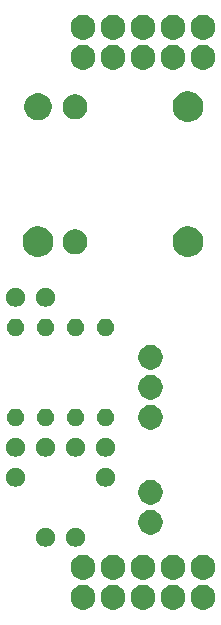
<source format=gbr>
G04 #@! TF.GenerationSoftware,KiCad,Pcbnew,(5.1.5)-3*
G04 #@! TF.CreationDate,2020-03-15T16:25:45-07:00*
G04 #@! TF.ProjectId,bbf-audio_out_v1,6262662d-6175-4646-996f-5f6f75745f76,rev?*
G04 #@! TF.SameCoordinates,Original*
G04 #@! TF.FileFunction,Soldermask,Top*
G04 #@! TF.FilePolarity,Negative*
%FSLAX46Y46*%
G04 Gerber Fmt 4.6, Leading zero omitted, Abs format (unit mm)*
G04 Created by KiCad (PCBNEW (5.1.5)-3) date 2020-03-15 16:25:45*
%MOMM*%
%LPD*%
G04 APERTURE LIST*
%ADD10C,0.100000*%
G04 APERTURE END LIST*
D10*
G36*
X151344865Y-128127220D02*
G01*
X151534388Y-128205723D01*
X151704954Y-128319692D01*
X151850008Y-128464746D01*
X151963977Y-128635312D01*
X152042480Y-128824835D01*
X152082500Y-129026031D01*
X152082500Y-129231169D01*
X152042480Y-129432365D01*
X151963977Y-129621888D01*
X151850008Y-129792454D01*
X151704954Y-129937508D01*
X151534388Y-130051477D01*
X151534387Y-130051478D01*
X151534386Y-130051478D01*
X151344865Y-130129980D01*
X151143670Y-130170000D01*
X150938530Y-130170000D01*
X150737335Y-130129980D01*
X150547814Y-130051478D01*
X150547813Y-130051478D01*
X150547812Y-130051477D01*
X150377246Y-129937508D01*
X150232192Y-129792454D01*
X150118223Y-129621888D01*
X150039720Y-129432365D01*
X149999700Y-129231169D01*
X149999700Y-129026031D01*
X150039720Y-128824835D01*
X150118223Y-128635312D01*
X150232192Y-128464746D01*
X150377246Y-128319692D01*
X150547812Y-128205723D01*
X150737335Y-128127220D01*
X150938530Y-128087200D01*
X151143670Y-128087200D01*
X151344865Y-128127220D01*
G37*
G36*
X148804865Y-128127220D02*
G01*
X148994388Y-128205723D01*
X149164954Y-128319692D01*
X149310008Y-128464746D01*
X149423977Y-128635312D01*
X149502480Y-128824835D01*
X149542500Y-129026031D01*
X149542500Y-129231169D01*
X149502480Y-129432365D01*
X149423977Y-129621888D01*
X149310008Y-129792454D01*
X149164954Y-129937508D01*
X148994388Y-130051477D01*
X148994387Y-130051478D01*
X148994386Y-130051478D01*
X148804865Y-130129980D01*
X148603670Y-130170000D01*
X148398530Y-130170000D01*
X148197335Y-130129980D01*
X148007814Y-130051478D01*
X148007813Y-130051478D01*
X148007812Y-130051477D01*
X147837246Y-129937508D01*
X147692192Y-129792454D01*
X147578223Y-129621888D01*
X147499720Y-129432365D01*
X147459700Y-129231169D01*
X147459700Y-129026031D01*
X147499720Y-128824835D01*
X147578223Y-128635312D01*
X147692192Y-128464746D01*
X147837246Y-128319692D01*
X148007812Y-128205723D01*
X148197335Y-128127220D01*
X148398530Y-128087200D01*
X148603670Y-128087200D01*
X148804865Y-128127220D01*
G37*
G36*
X146264865Y-128127220D02*
G01*
X146454388Y-128205723D01*
X146624954Y-128319692D01*
X146770008Y-128464746D01*
X146883977Y-128635312D01*
X146962480Y-128824835D01*
X147002500Y-129026031D01*
X147002500Y-129231169D01*
X146962480Y-129432365D01*
X146883977Y-129621888D01*
X146770008Y-129792454D01*
X146624954Y-129937508D01*
X146454388Y-130051477D01*
X146454387Y-130051478D01*
X146454386Y-130051478D01*
X146264865Y-130129980D01*
X146063670Y-130170000D01*
X145858530Y-130170000D01*
X145657335Y-130129980D01*
X145467814Y-130051478D01*
X145467813Y-130051478D01*
X145467812Y-130051477D01*
X145297246Y-129937508D01*
X145152192Y-129792454D01*
X145038223Y-129621888D01*
X144959720Y-129432365D01*
X144919700Y-129231169D01*
X144919700Y-129026031D01*
X144959720Y-128824835D01*
X145038223Y-128635312D01*
X145152192Y-128464746D01*
X145297246Y-128319692D01*
X145467812Y-128205723D01*
X145657335Y-128127220D01*
X145858530Y-128087200D01*
X146063670Y-128087200D01*
X146264865Y-128127220D01*
G37*
G36*
X156424865Y-128127220D02*
G01*
X156614388Y-128205723D01*
X156784954Y-128319692D01*
X156930008Y-128464746D01*
X157043977Y-128635312D01*
X157122480Y-128824835D01*
X157162500Y-129026031D01*
X157162500Y-129231169D01*
X157122480Y-129432365D01*
X157043977Y-129621888D01*
X156930008Y-129792454D01*
X156784954Y-129937508D01*
X156614388Y-130051477D01*
X156614387Y-130051478D01*
X156614386Y-130051478D01*
X156424865Y-130129980D01*
X156223670Y-130170000D01*
X156018530Y-130170000D01*
X155817335Y-130129980D01*
X155627814Y-130051478D01*
X155627813Y-130051478D01*
X155627812Y-130051477D01*
X155457246Y-129937508D01*
X155312192Y-129792454D01*
X155198223Y-129621888D01*
X155119720Y-129432365D01*
X155079700Y-129231169D01*
X155079700Y-129026031D01*
X155119720Y-128824835D01*
X155198223Y-128635312D01*
X155312192Y-128464746D01*
X155457246Y-128319692D01*
X155627812Y-128205723D01*
X155817335Y-128127220D01*
X156018530Y-128087200D01*
X156223670Y-128087200D01*
X156424865Y-128127220D01*
G37*
G36*
X153884865Y-128127220D02*
G01*
X154074388Y-128205723D01*
X154244954Y-128319692D01*
X154390008Y-128464746D01*
X154503977Y-128635312D01*
X154582480Y-128824835D01*
X154622500Y-129026031D01*
X154622500Y-129231169D01*
X154582480Y-129432365D01*
X154503977Y-129621888D01*
X154390008Y-129792454D01*
X154244954Y-129937508D01*
X154074388Y-130051477D01*
X154074387Y-130051478D01*
X154074386Y-130051478D01*
X153884865Y-130129980D01*
X153683670Y-130170000D01*
X153478530Y-130170000D01*
X153277335Y-130129980D01*
X153087814Y-130051478D01*
X153087813Y-130051478D01*
X153087812Y-130051477D01*
X152917246Y-129937508D01*
X152772192Y-129792454D01*
X152658223Y-129621888D01*
X152579720Y-129432365D01*
X152539700Y-129231169D01*
X152539700Y-129026031D01*
X152579720Y-128824835D01*
X152658223Y-128635312D01*
X152772192Y-128464746D01*
X152917246Y-128319692D01*
X153087812Y-128205723D01*
X153277335Y-128127220D01*
X153478530Y-128087200D01*
X153683670Y-128087200D01*
X153884865Y-128127220D01*
G37*
G36*
X151344865Y-125587220D02*
G01*
X151534388Y-125665723D01*
X151704954Y-125779692D01*
X151850008Y-125924746D01*
X151963977Y-126095312D01*
X152042480Y-126284835D01*
X152082500Y-126486031D01*
X152082500Y-126691169D01*
X152042480Y-126892365D01*
X151963977Y-127081888D01*
X151850008Y-127252454D01*
X151704954Y-127397508D01*
X151534388Y-127511477D01*
X151534387Y-127511478D01*
X151534386Y-127511478D01*
X151344865Y-127589980D01*
X151143670Y-127630000D01*
X150938530Y-127630000D01*
X150737335Y-127589980D01*
X150547814Y-127511478D01*
X150547813Y-127511478D01*
X150547812Y-127511477D01*
X150377246Y-127397508D01*
X150232192Y-127252454D01*
X150118223Y-127081888D01*
X150039720Y-126892365D01*
X149999700Y-126691169D01*
X149999700Y-126486031D01*
X150039720Y-126284835D01*
X150118223Y-126095312D01*
X150232192Y-125924746D01*
X150377246Y-125779692D01*
X150547812Y-125665723D01*
X150737335Y-125587220D01*
X150938530Y-125547200D01*
X151143670Y-125547200D01*
X151344865Y-125587220D01*
G37*
G36*
X153884865Y-125587220D02*
G01*
X154074388Y-125665723D01*
X154244954Y-125779692D01*
X154390008Y-125924746D01*
X154503977Y-126095312D01*
X154582480Y-126284835D01*
X154622500Y-126486031D01*
X154622500Y-126691169D01*
X154582480Y-126892365D01*
X154503977Y-127081888D01*
X154390008Y-127252454D01*
X154244954Y-127397508D01*
X154074388Y-127511477D01*
X154074387Y-127511478D01*
X154074386Y-127511478D01*
X153884865Y-127589980D01*
X153683670Y-127630000D01*
X153478530Y-127630000D01*
X153277335Y-127589980D01*
X153087814Y-127511478D01*
X153087813Y-127511478D01*
X153087812Y-127511477D01*
X152917246Y-127397508D01*
X152772192Y-127252454D01*
X152658223Y-127081888D01*
X152579720Y-126892365D01*
X152539700Y-126691169D01*
X152539700Y-126486031D01*
X152579720Y-126284835D01*
X152658223Y-126095312D01*
X152772192Y-125924746D01*
X152917246Y-125779692D01*
X153087812Y-125665723D01*
X153277335Y-125587220D01*
X153478530Y-125547200D01*
X153683670Y-125547200D01*
X153884865Y-125587220D01*
G37*
G36*
X156424865Y-125587220D02*
G01*
X156614388Y-125665723D01*
X156784954Y-125779692D01*
X156930008Y-125924746D01*
X157043977Y-126095312D01*
X157122480Y-126284835D01*
X157162500Y-126486031D01*
X157162500Y-126691169D01*
X157122480Y-126892365D01*
X157043977Y-127081888D01*
X156930008Y-127252454D01*
X156784954Y-127397508D01*
X156614388Y-127511477D01*
X156614387Y-127511478D01*
X156614386Y-127511478D01*
X156424865Y-127589980D01*
X156223670Y-127630000D01*
X156018530Y-127630000D01*
X155817335Y-127589980D01*
X155627814Y-127511478D01*
X155627813Y-127511478D01*
X155627812Y-127511477D01*
X155457246Y-127397508D01*
X155312192Y-127252454D01*
X155198223Y-127081888D01*
X155119720Y-126892365D01*
X155079700Y-126691169D01*
X155079700Y-126486031D01*
X155119720Y-126284835D01*
X155198223Y-126095312D01*
X155312192Y-125924746D01*
X155457246Y-125779692D01*
X155627812Y-125665723D01*
X155817335Y-125587220D01*
X156018530Y-125547200D01*
X156223670Y-125547200D01*
X156424865Y-125587220D01*
G37*
G36*
X148804865Y-125587220D02*
G01*
X148994388Y-125665723D01*
X149164954Y-125779692D01*
X149310008Y-125924746D01*
X149423977Y-126095312D01*
X149502480Y-126284835D01*
X149542500Y-126486031D01*
X149542500Y-126691169D01*
X149502480Y-126892365D01*
X149423977Y-127081888D01*
X149310008Y-127252454D01*
X149164954Y-127397508D01*
X148994388Y-127511477D01*
X148994387Y-127511478D01*
X148994386Y-127511478D01*
X148804865Y-127589980D01*
X148603670Y-127630000D01*
X148398530Y-127630000D01*
X148197335Y-127589980D01*
X148007814Y-127511478D01*
X148007813Y-127511478D01*
X148007812Y-127511477D01*
X147837246Y-127397508D01*
X147692192Y-127252454D01*
X147578223Y-127081888D01*
X147499720Y-126892365D01*
X147459700Y-126691169D01*
X147459700Y-126486031D01*
X147499720Y-126284835D01*
X147578223Y-126095312D01*
X147692192Y-125924746D01*
X147837246Y-125779692D01*
X148007812Y-125665723D01*
X148197335Y-125587220D01*
X148398530Y-125547200D01*
X148603670Y-125547200D01*
X148804865Y-125587220D01*
G37*
G36*
X146264865Y-125587220D02*
G01*
X146454388Y-125665723D01*
X146624954Y-125779692D01*
X146770008Y-125924746D01*
X146883977Y-126095312D01*
X146962480Y-126284835D01*
X147002500Y-126486031D01*
X147002500Y-126691169D01*
X146962480Y-126892365D01*
X146883977Y-127081888D01*
X146770008Y-127252454D01*
X146624954Y-127397508D01*
X146454388Y-127511477D01*
X146454387Y-127511478D01*
X146454386Y-127511478D01*
X146264865Y-127589980D01*
X146063670Y-127630000D01*
X145858530Y-127630000D01*
X145657335Y-127589980D01*
X145467814Y-127511478D01*
X145467813Y-127511478D01*
X145467812Y-127511477D01*
X145297246Y-127397508D01*
X145152192Y-127252454D01*
X145038223Y-127081888D01*
X144959720Y-126892365D01*
X144919700Y-126691169D01*
X144919700Y-126486031D01*
X144959720Y-126284835D01*
X145038223Y-126095312D01*
X145152192Y-125924746D01*
X145297246Y-125779692D01*
X145467812Y-125665723D01*
X145657335Y-125587220D01*
X145858530Y-125547200D01*
X146063670Y-125547200D01*
X146264865Y-125587220D01*
G37*
G36*
X143023185Y-123267035D02*
G01*
X143171104Y-123328305D01*
X143171105Y-123328306D01*
X143304230Y-123417257D01*
X143417443Y-123530470D01*
X143417444Y-123530472D01*
X143506395Y-123663596D01*
X143567665Y-123811515D01*
X143598900Y-123968545D01*
X143598900Y-124128655D01*
X143567665Y-124285685D01*
X143506395Y-124433604D01*
X143506394Y-124433605D01*
X143417443Y-124566730D01*
X143304230Y-124679943D01*
X143237215Y-124724721D01*
X143171104Y-124768895D01*
X143023185Y-124830165D01*
X142866155Y-124861400D01*
X142706045Y-124861400D01*
X142549015Y-124830165D01*
X142401096Y-124768895D01*
X142334985Y-124724721D01*
X142267970Y-124679943D01*
X142154757Y-124566730D01*
X142065806Y-124433605D01*
X142065805Y-124433604D01*
X142004535Y-124285685D01*
X141973300Y-124128655D01*
X141973300Y-123968545D01*
X142004535Y-123811515D01*
X142065805Y-123663596D01*
X142154756Y-123530472D01*
X142154757Y-123530470D01*
X142267970Y-123417257D01*
X142401095Y-123328306D01*
X142401096Y-123328305D01*
X142549015Y-123267035D01*
X142706045Y-123235800D01*
X142866155Y-123235800D01*
X143023185Y-123267035D01*
G37*
G36*
X145563185Y-123267035D02*
G01*
X145711104Y-123328305D01*
X145711105Y-123328306D01*
X145844230Y-123417257D01*
X145957443Y-123530470D01*
X145957444Y-123530472D01*
X146046395Y-123663596D01*
X146107665Y-123811515D01*
X146138900Y-123968545D01*
X146138900Y-124128655D01*
X146107665Y-124285685D01*
X146046395Y-124433604D01*
X146046394Y-124433605D01*
X145957443Y-124566730D01*
X145844230Y-124679943D01*
X145777215Y-124724721D01*
X145711104Y-124768895D01*
X145563185Y-124830165D01*
X145406155Y-124861400D01*
X145246045Y-124861400D01*
X145089015Y-124830165D01*
X144941096Y-124768895D01*
X144874985Y-124724721D01*
X144807970Y-124679943D01*
X144694757Y-124566730D01*
X144605806Y-124433605D01*
X144605805Y-124433604D01*
X144544535Y-124285685D01*
X144513300Y-124128655D01*
X144513300Y-123968545D01*
X144544535Y-123811515D01*
X144605805Y-123663596D01*
X144694756Y-123530472D01*
X144694757Y-123530470D01*
X144807970Y-123417257D01*
X144941095Y-123328306D01*
X144941096Y-123328305D01*
X145089015Y-123267035D01*
X145246045Y-123235800D01*
X145406155Y-123235800D01*
X145563185Y-123267035D01*
G37*
G36*
X151979865Y-121777220D02*
G01*
X152169388Y-121855723D01*
X152339954Y-121969692D01*
X152485008Y-122114746D01*
X152598977Y-122285312D01*
X152677480Y-122474835D01*
X152717500Y-122676031D01*
X152717500Y-122881169D01*
X152677480Y-123082365D01*
X152598977Y-123271888D01*
X152485008Y-123442454D01*
X152339954Y-123587508D01*
X152169388Y-123701477D01*
X152169387Y-123701478D01*
X152169386Y-123701478D01*
X151979865Y-123779980D01*
X151778670Y-123820000D01*
X151573530Y-123820000D01*
X151372335Y-123779980D01*
X151182814Y-123701478D01*
X151182813Y-123701478D01*
X151182812Y-123701477D01*
X151012246Y-123587508D01*
X150867192Y-123442454D01*
X150753223Y-123271888D01*
X150674720Y-123082365D01*
X150634700Y-122881169D01*
X150634700Y-122676031D01*
X150674720Y-122474835D01*
X150753223Y-122285312D01*
X150867192Y-122114746D01*
X151012246Y-121969692D01*
X151182812Y-121855723D01*
X151372335Y-121777220D01*
X151573530Y-121737200D01*
X151778670Y-121737200D01*
X151979865Y-121777220D01*
G37*
G36*
X151979865Y-119237220D02*
G01*
X152169388Y-119315723D01*
X152339954Y-119429692D01*
X152485008Y-119574746D01*
X152598977Y-119745312D01*
X152677480Y-119934835D01*
X152717500Y-120136031D01*
X152717500Y-120341169D01*
X152677480Y-120542365D01*
X152598977Y-120731888D01*
X152485008Y-120902454D01*
X152339954Y-121047508D01*
X152169388Y-121161477D01*
X152169387Y-121161478D01*
X152169386Y-121161478D01*
X151979865Y-121239980D01*
X151778670Y-121280000D01*
X151573530Y-121280000D01*
X151372335Y-121239980D01*
X151182814Y-121161478D01*
X151182813Y-121161478D01*
X151182812Y-121161477D01*
X151012246Y-121047508D01*
X150867192Y-120902454D01*
X150753223Y-120731888D01*
X150674720Y-120542365D01*
X150634700Y-120341169D01*
X150634700Y-120136031D01*
X150674720Y-119934835D01*
X150753223Y-119745312D01*
X150867192Y-119574746D01*
X151012246Y-119429692D01*
X151182812Y-119315723D01*
X151372335Y-119237220D01*
X151573530Y-119197200D01*
X151778670Y-119197200D01*
X151979865Y-119237220D01*
G37*
G36*
X140483185Y-118187035D02*
G01*
X140631104Y-118248305D01*
X140631105Y-118248306D01*
X140764230Y-118337257D01*
X140877443Y-118450470D01*
X140877444Y-118450472D01*
X140966395Y-118583596D01*
X141027665Y-118731515D01*
X141058900Y-118888545D01*
X141058900Y-119048655D01*
X141027665Y-119205685D01*
X140966395Y-119353604D01*
X140966394Y-119353605D01*
X140877443Y-119486730D01*
X140764230Y-119599943D01*
X140697215Y-119644721D01*
X140631104Y-119688895D01*
X140483185Y-119750165D01*
X140326155Y-119781400D01*
X140166045Y-119781400D01*
X140009015Y-119750165D01*
X139861096Y-119688895D01*
X139794985Y-119644721D01*
X139727970Y-119599943D01*
X139614757Y-119486730D01*
X139525806Y-119353605D01*
X139525805Y-119353604D01*
X139464535Y-119205685D01*
X139433300Y-119048655D01*
X139433300Y-118888545D01*
X139464535Y-118731515D01*
X139525805Y-118583596D01*
X139614756Y-118450472D01*
X139614757Y-118450470D01*
X139727970Y-118337257D01*
X139861095Y-118248306D01*
X139861096Y-118248305D01*
X140009015Y-118187035D01*
X140166045Y-118155800D01*
X140326155Y-118155800D01*
X140483185Y-118187035D01*
G37*
G36*
X148103185Y-118187035D02*
G01*
X148251104Y-118248305D01*
X148251105Y-118248306D01*
X148384230Y-118337257D01*
X148497443Y-118450470D01*
X148497444Y-118450472D01*
X148586395Y-118583596D01*
X148647665Y-118731515D01*
X148678900Y-118888545D01*
X148678900Y-119048655D01*
X148647665Y-119205685D01*
X148586395Y-119353604D01*
X148586394Y-119353605D01*
X148497443Y-119486730D01*
X148384230Y-119599943D01*
X148317215Y-119644721D01*
X148251104Y-119688895D01*
X148103185Y-119750165D01*
X147946155Y-119781400D01*
X147786045Y-119781400D01*
X147629015Y-119750165D01*
X147481096Y-119688895D01*
X147414985Y-119644721D01*
X147347970Y-119599943D01*
X147234757Y-119486730D01*
X147145806Y-119353605D01*
X147145805Y-119353604D01*
X147084535Y-119205685D01*
X147053300Y-119048655D01*
X147053300Y-118888545D01*
X147084535Y-118731515D01*
X147145805Y-118583596D01*
X147234756Y-118450472D01*
X147234757Y-118450470D01*
X147347970Y-118337257D01*
X147481095Y-118248306D01*
X147481096Y-118248305D01*
X147629015Y-118187035D01*
X147786045Y-118155800D01*
X147946155Y-118155800D01*
X148103185Y-118187035D01*
G37*
G36*
X140483185Y-115647035D02*
G01*
X140631104Y-115708305D01*
X140631105Y-115708306D01*
X140764230Y-115797257D01*
X140877443Y-115910470D01*
X140877444Y-115910472D01*
X140966395Y-116043596D01*
X141027665Y-116191515D01*
X141058900Y-116348545D01*
X141058900Y-116508655D01*
X141027665Y-116665685D01*
X140966395Y-116813604D01*
X140966394Y-116813605D01*
X140877443Y-116946730D01*
X140764230Y-117059943D01*
X140697215Y-117104721D01*
X140631104Y-117148895D01*
X140483185Y-117210165D01*
X140326155Y-117241400D01*
X140166045Y-117241400D01*
X140009015Y-117210165D01*
X139861096Y-117148895D01*
X139794985Y-117104721D01*
X139727970Y-117059943D01*
X139614757Y-116946730D01*
X139525806Y-116813605D01*
X139525805Y-116813604D01*
X139464535Y-116665685D01*
X139433300Y-116508655D01*
X139433300Y-116348545D01*
X139464535Y-116191515D01*
X139525805Y-116043596D01*
X139614756Y-115910472D01*
X139614757Y-115910470D01*
X139727970Y-115797257D01*
X139861095Y-115708306D01*
X139861096Y-115708305D01*
X140009015Y-115647035D01*
X140166045Y-115615800D01*
X140326155Y-115615800D01*
X140483185Y-115647035D01*
G37*
G36*
X143023185Y-115647035D02*
G01*
X143171104Y-115708305D01*
X143171105Y-115708306D01*
X143304230Y-115797257D01*
X143417443Y-115910470D01*
X143417444Y-115910472D01*
X143506395Y-116043596D01*
X143567665Y-116191515D01*
X143598900Y-116348545D01*
X143598900Y-116508655D01*
X143567665Y-116665685D01*
X143506395Y-116813604D01*
X143506394Y-116813605D01*
X143417443Y-116946730D01*
X143304230Y-117059943D01*
X143237215Y-117104721D01*
X143171104Y-117148895D01*
X143023185Y-117210165D01*
X142866155Y-117241400D01*
X142706045Y-117241400D01*
X142549015Y-117210165D01*
X142401096Y-117148895D01*
X142334985Y-117104721D01*
X142267970Y-117059943D01*
X142154757Y-116946730D01*
X142065806Y-116813605D01*
X142065805Y-116813604D01*
X142004535Y-116665685D01*
X141973300Y-116508655D01*
X141973300Y-116348545D01*
X142004535Y-116191515D01*
X142065805Y-116043596D01*
X142154756Y-115910472D01*
X142154757Y-115910470D01*
X142267970Y-115797257D01*
X142401095Y-115708306D01*
X142401096Y-115708305D01*
X142549015Y-115647035D01*
X142706045Y-115615800D01*
X142866155Y-115615800D01*
X143023185Y-115647035D01*
G37*
G36*
X145563185Y-115647035D02*
G01*
X145711104Y-115708305D01*
X145711105Y-115708306D01*
X145844230Y-115797257D01*
X145957443Y-115910470D01*
X145957444Y-115910472D01*
X146046395Y-116043596D01*
X146107665Y-116191515D01*
X146138900Y-116348545D01*
X146138900Y-116508655D01*
X146107665Y-116665685D01*
X146046395Y-116813604D01*
X146046394Y-116813605D01*
X145957443Y-116946730D01*
X145844230Y-117059943D01*
X145777215Y-117104721D01*
X145711104Y-117148895D01*
X145563185Y-117210165D01*
X145406155Y-117241400D01*
X145246045Y-117241400D01*
X145089015Y-117210165D01*
X144941096Y-117148895D01*
X144874985Y-117104721D01*
X144807970Y-117059943D01*
X144694757Y-116946730D01*
X144605806Y-116813605D01*
X144605805Y-116813604D01*
X144544535Y-116665685D01*
X144513300Y-116508655D01*
X144513300Y-116348545D01*
X144544535Y-116191515D01*
X144605805Y-116043596D01*
X144694756Y-115910472D01*
X144694757Y-115910470D01*
X144807970Y-115797257D01*
X144941095Y-115708306D01*
X144941096Y-115708305D01*
X145089015Y-115647035D01*
X145246045Y-115615800D01*
X145406155Y-115615800D01*
X145563185Y-115647035D01*
G37*
G36*
X148103185Y-115647035D02*
G01*
X148251104Y-115708305D01*
X148251105Y-115708306D01*
X148384230Y-115797257D01*
X148497443Y-115910470D01*
X148497444Y-115910472D01*
X148586395Y-116043596D01*
X148647665Y-116191515D01*
X148678900Y-116348545D01*
X148678900Y-116508655D01*
X148647665Y-116665685D01*
X148586395Y-116813604D01*
X148586394Y-116813605D01*
X148497443Y-116946730D01*
X148384230Y-117059943D01*
X148317215Y-117104721D01*
X148251104Y-117148895D01*
X148103185Y-117210165D01*
X147946155Y-117241400D01*
X147786045Y-117241400D01*
X147629015Y-117210165D01*
X147481096Y-117148895D01*
X147414985Y-117104721D01*
X147347970Y-117059943D01*
X147234757Y-116946730D01*
X147145806Y-116813605D01*
X147145805Y-116813604D01*
X147084535Y-116665685D01*
X147053300Y-116508655D01*
X147053300Y-116348545D01*
X147084535Y-116191515D01*
X147145805Y-116043596D01*
X147234756Y-115910472D01*
X147234757Y-115910470D01*
X147347970Y-115797257D01*
X147481095Y-115708306D01*
X147481096Y-115708305D01*
X147629015Y-115647035D01*
X147786045Y-115615800D01*
X147946155Y-115615800D01*
X148103185Y-115647035D01*
G37*
G36*
X151979865Y-112887220D02*
G01*
X152169388Y-112965723D01*
X152339954Y-113079692D01*
X152485008Y-113224746D01*
X152598977Y-113395312D01*
X152677480Y-113584835D01*
X152717500Y-113786031D01*
X152717500Y-113991169D01*
X152677480Y-114192365D01*
X152598977Y-114381888D01*
X152485008Y-114552454D01*
X152339954Y-114697508D01*
X152169388Y-114811477D01*
X152169387Y-114811478D01*
X152169386Y-114811478D01*
X151979865Y-114889980D01*
X151778670Y-114930000D01*
X151573530Y-114930000D01*
X151372335Y-114889980D01*
X151182814Y-114811478D01*
X151182813Y-114811478D01*
X151182812Y-114811477D01*
X151012246Y-114697508D01*
X150867192Y-114552454D01*
X150753223Y-114381888D01*
X150674720Y-114192365D01*
X150634700Y-113991169D01*
X150634700Y-113786031D01*
X150674720Y-113584835D01*
X150753223Y-113395312D01*
X150867192Y-113224746D01*
X151012246Y-113079692D01*
X151182812Y-112965723D01*
X151372335Y-112887220D01*
X151573530Y-112847200D01*
X151778670Y-112847200D01*
X151979865Y-112887220D01*
G37*
G36*
X142929803Y-113166153D02*
G01*
X143000958Y-113180307D01*
X143056484Y-113203307D01*
X143135010Y-113235833D01*
X143135011Y-113235834D01*
X143255655Y-113316445D01*
X143358255Y-113419045D01*
X143412118Y-113499657D01*
X143438867Y-113539690D01*
X143494393Y-113673743D01*
X143522700Y-113816050D01*
X143522700Y-113961150D01*
X143494393Y-114103457D01*
X143438867Y-114237510D01*
X143438866Y-114237511D01*
X143358255Y-114358155D01*
X143255655Y-114460755D01*
X143175043Y-114514618D01*
X143135010Y-114541367D01*
X143056484Y-114573893D01*
X143000958Y-114596893D01*
X142929803Y-114611047D01*
X142858650Y-114625200D01*
X142713550Y-114625200D01*
X142642397Y-114611047D01*
X142571242Y-114596893D01*
X142515716Y-114573893D01*
X142437190Y-114541367D01*
X142397157Y-114514618D01*
X142316545Y-114460755D01*
X142213945Y-114358155D01*
X142133334Y-114237511D01*
X142133333Y-114237510D01*
X142077807Y-114103457D01*
X142049500Y-113961150D01*
X142049500Y-113816050D01*
X142077807Y-113673743D01*
X142133333Y-113539690D01*
X142160082Y-113499657D01*
X142213945Y-113419045D01*
X142316545Y-113316445D01*
X142437189Y-113235834D01*
X142437190Y-113235833D01*
X142515716Y-113203307D01*
X142571242Y-113180307D01*
X142642397Y-113166153D01*
X142713550Y-113152000D01*
X142858650Y-113152000D01*
X142929803Y-113166153D01*
G37*
G36*
X140389803Y-113166153D02*
G01*
X140460958Y-113180307D01*
X140516484Y-113203307D01*
X140595010Y-113235833D01*
X140595011Y-113235834D01*
X140715655Y-113316445D01*
X140818255Y-113419045D01*
X140872118Y-113499657D01*
X140898867Y-113539690D01*
X140954393Y-113673743D01*
X140982700Y-113816050D01*
X140982700Y-113961150D01*
X140954393Y-114103457D01*
X140898867Y-114237510D01*
X140898866Y-114237511D01*
X140818255Y-114358155D01*
X140715655Y-114460755D01*
X140635043Y-114514618D01*
X140595010Y-114541367D01*
X140516484Y-114573893D01*
X140460958Y-114596893D01*
X140389803Y-114611047D01*
X140318650Y-114625200D01*
X140173550Y-114625200D01*
X140102397Y-114611047D01*
X140031242Y-114596893D01*
X139975716Y-114573893D01*
X139897190Y-114541367D01*
X139857157Y-114514618D01*
X139776545Y-114460755D01*
X139673945Y-114358155D01*
X139593334Y-114237511D01*
X139593333Y-114237510D01*
X139537807Y-114103457D01*
X139509500Y-113961150D01*
X139509500Y-113816050D01*
X139537807Y-113673743D01*
X139593333Y-113539690D01*
X139620082Y-113499657D01*
X139673945Y-113419045D01*
X139776545Y-113316445D01*
X139897189Y-113235834D01*
X139897190Y-113235833D01*
X139975716Y-113203307D01*
X140031242Y-113180307D01*
X140102397Y-113166153D01*
X140173550Y-113152000D01*
X140318650Y-113152000D01*
X140389803Y-113166153D01*
G37*
G36*
X148009803Y-113166153D02*
G01*
X148080958Y-113180307D01*
X148136484Y-113203307D01*
X148215010Y-113235833D01*
X148215011Y-113235834D01*
X148335655Y-113316445D01*
X148438255Y-113419045D01*
X148492118Y-113499657D01*
X148518867Y-113539690D01*
X148574393Y-113673743D01*
X148602700Y-113816050D01*
X148602700Y-113961150D01*
X148574393Y-114103457D01*
X148518867Y-114237510D01*
X148518866Y-114237511D01*
X148438255Y-114358155D01*
X148335655Y-114460755D01*
X148255043Y-114514618D01*
X148215010Y-114541367D01*
X148136484Y-114573893D01*
X148080958Y-114596893D01*
X148009803Y-114611047D01*
X147938650Y-114625200D01*
X147793550Y-114625200D01*
X147722397Y-114611047D01*
X147651242Y-114596893D01*
X147595716Y-114573893D01*
X147517190Y-114541367D01*
X147477157Y-114514618D01*
X147396545Y-114460755D01*
X147293945Y-114358155D01*
X147213334Y-114237511D01*
X147213333Y-114237510D01*
X147157807Y-114103457D01*
X147129500Y-113961150D01*
X147129500Y-113816050D01*
X147157807Y-113673743D01*
X147213333Y-113539690D01*
X147240082Y-113499657D01*
X147293945Y-113419045D01*
X147396545Y-113316445D01*
X147517189Y-113235834D01*
X147517190Y-113235833D01*
X147595716Y-113203307D01*
X147651242Y-113180307D01*
X147722397Y-113166153D01*
X147793550Y-113152000D01*
X147938650Y-113152000D01*
X148009803Y-113166153D01*
G37*
G36*
X145469803Y-113166153D02*
G01*
X145540958Y-113180307D01*
X145596484Y-113203307D01*
X145675010Y-113235833D01*
X145675011Y-113235834D01*
X145795655Y-113316445D01*
X145898255Y-113419045D01*
X145952118Y-113499657D01*
X145978867Y-113539690D01*
X146034393Y-113673743D01*
X146062700Y-113816050D01*
X146062700Y-113961150D01*
X146034393Y-114103457D01*
X145978867Y-114237510D01*
X145978866Y-114237511D01*
X145898255Y-114358155D01*
X145795655Y-114460755D01*
X145715043Y-114514618D01*
X145675010Y-114541367D01*
X145596484Y-114573893D01*
X145540958Y-114596893D01*
X145469803Y-114611047D01*
X145398650Y-114625200D01*
X145253550Y-114625200D01*
X145182397Y-114611047D01*
X145111242Y-114596893D01*
X145055716Y-114573893D01*
X144977190Y-114541367D01*
X144937157Y-114514618D01*
X144856545Y-114460755D01*
X144753945Y-114358155D01*
X144673334Y-114237511D01*
X144673333Y-114237510D01*
X144617807Y-114103457D01*
X144589500Y-113961150D01*
X144589500Y-113816050D01*
X144617807Y-113673743D01*
X144673333Y-113539690D01*
X144700082Y-113499657D01*
X144753945Y-113419045D01*
X144856545Y-113316445D01*
X144977189Y-113235834D01*
X144977190Y-113235833D01*
X145055716Y-113203307D01*
X145111242Y-113180307D01*
X145182397Y-113166153D01*
X145253550Y-113152000D01*
X145398650Y-113152000D01*
X145469803Y-113166153D01*
G37*
G36*
X151979865Y-110347220D02*
G01*
X152169388Y-110425723D01*
X152339954Y-110539692D01*
X152485008Y-110684746D01*
X152598977Y-110855312D01*
X152677480Y-111044835D01*
X152717500Y-111246031D01*
X152717500Y-111451169D01*
X152677480Y-111652365D01*
X152598977Y-111841888D01*
X152485008Y-112012454D01*
X152339954Y-112157508D01*
X152169388Y-112271477D01*
X152169387Y-112271478D01*
X152169386Y-112271478D01*
X151979865Y-112349980D01*
X151778670Y-112390000D01*
X151573530Y-112390000D01*
X151372335Y-112349980D01*
X151182814Y-112271478D01*
X151182813Y-112271478D01*
X151182812Y-112271477D01*
X151012246Y-112157508D01*
X150867192Y-112012454D01*
X150753223Y-111841888D01*
X150674720Y-111652365D01*
X150634700Y-111451169D01*
X150634700Y-111246031D01*
X150674720Y-111044835D01*
X150753223Y-110855312D01*
X150867192Y-110684746D01*
X151012246Y-110539692D01*
X151182812Y-110425723D01*
X151372335Y-110347220D01*
X151573530Y-110307200D01*
X151778670Y-110307200D01*
X151979865Y-110347220D01*
G37*
G36*
X151979865Y-107807220D02*
G01*
X152169388Y-107885723D01*
X152339954Y-107999692D01*
X152485008Y-108144746D01*
X152598977Y-108315312D01*
X152677480Y-108504835D01*
X152717500Y-108706031D01*
X152717500Y-108911169D01*
X152677480Y-109112365D01*
X152598977Y-109301888D01*
X152485008Y-109472454D01*
X152339954Y-109617508D01*
X152169388Y-109731477D01*
X152169387Y-109731478D01*
X152169386Y-109731478D01*
X151979865Y-109809980D01*
X151778670Y-109850000D01*
X151573530Y-109850000D01*
X151372335Y-109809980D01*
X151182814Y-109731478D01*
X151182813Y-109731478D01*
X151182812Y-109731477D01*
X151012246Y-109617508D01*
X150867192Y-109472454D01*
X150753223Y-109301888D01*
X150674720Y-109112365D01*
X150634700Y-108911169D01*
X150634700Y-108706031D01*
X150674720Y-108504835D01*
X150753223Y-108315312D01*
X150867192Y-108144746D01*
X151012246Y-107999692D01*
X151182812Y-107885723D01*
X151372335Y-107807220D01*
X151573530Y-107767200D01*
X151778670Y-107767200D01*
X151979865Y-107807220D01*
G37*
G36*
X148009804Y-105546154D02*
G01*
X148080958Y-105560307D01*
X148136484Y-105583307D01*
X148215010Y-105615833D01*
X148215011Y-105615834D01*
X148335655Y-105696445D01*
X148438255Y-105799045D01*
X148492118Y-105879657D01*
X148518867Y-105919690D01*
X148574393Y-106053743D01*
X148602700Y-106196050D01*
X148602700Y-106341150D01*
X148574393Y-106483457D01*
X148518867Y-106617510D01*
X148518866Y-106617511D01*
X148438255Y-106738155D01*
X148335655Y-106840755D01*
X148255043Y-106894618D01*
X148215010Y-106921367D01*
X148136484Y-106953893D01*
X148080958Y-106976893D01*
X148009804Y-106991046D01*
X147938650Y-107005200D01*
X147793550Y-107005200D01*
X147722396Y-106991046D01*
X147651242Y-106976893D01*
X147595716Y-106953893D01*
X147517190Y-106921367D01*
X147477157Y-106894618D01*
X147396545Y-106840755D01*
X147293945Y-106738155D01*
X147213334Y-106617511D01*
X147213333Y-106617510D01*
X147157807Y-106483457D01*
X147129500Y-106341150D01*
X147129500Y-106196050D01*
X147157807Y-106053743D01*
X147213333Y-105919690D01*
X147240082Y-105879657D01*
X147293945Y-105799045D01*
X147396545Y-105696445D01*
X147517189Y-105615834D01*
X147517190Y-105615833D01*
X147595716Y-105583307D01*
X147651242Y-105560307D01*
X147722396Y-105546154D01*
X147793550Y-105532000D01*
X147938650Y-105532000D01*
X148009804Y-105546154D01*
G37*
G36*
X145469804Y-105546154D02*
G01*
X145540958Y-105560307D01*
X145596484Y-105583307D01*
X145675010Y-105615833D01*
X145675011Y-105615834D01*
X145795655Y-105696445D01*
X145898255Y-105799045D01*
X145952118Y-105879657D01*
X145978867Y-105919690D01*
X146034393Y-106053743D01*
X146062700Y-106196050D01*
X146062700Y-106341150D01*
X146034393Y-106483457D01*
X145978867Y-106617510D01*
X145978866Y-106617511D01*
X145898255Y-106738155D01*
X145795655Y-106840755D01*
X145715043Y-106894618D01*
X145675010Y-106921367D01*
X145596484Y-106953893D01*
X145540958Y-106976893D01*
X145469804Y-106991046D01*
X145398650Y-107005200D01*
X145253550Y-107005200D01*
X145182396Y-106991046D01*
X145111242Y-106976893D01*
X145055716Y-106953893D01*
X144977190Y-106921367D01*
X144937157Y-106894618D01*
X144856545Y-106840755D01*
X144753945Y-106738155D01*
X144673334Y-106617511D01*
X144673333Y-106617510D01*
X144617807Y-106483457D01*
X144589500Y-106341150D01*
X144589500Y-106196050D01*
X144617807Y-106053743D01*
X144673333Y-105919690D01*
X144700082Y-105879657D01*
X144753945Y-105799045D01*
X144856545Y-105696445D01*
X144977189Y-105615834D01*
X144977190Y-105615833D01*
X145055716Y-105583307D01*
X145111242Y-105560307D01*
X145182396Y-105546154D01*
X145253550Y-105532000D01*
X145398650Y-105532000D01*
X145469804Y-105546154D01*
G37*
G36*
X140389804Y-105546154D02*
G01*
X140460958Y-105560307D01*
X140516484Y-105583307D01*
X140595010Y-105615833D01*
X140595011Y-105615834D01*
X140715655Y-105696445D01*
X140818255Y-105799045D01*
X140872118Y-105879657D01*
X140898867Y-105919690D01*
X140954393Y-106053743D01*
X140982700Y-106196050D01*
X140982700Y-106341150D01*
X140954393Y-106483457D01*
X140898867Y-106617510D01*
X140898866Y-106617511D01*
X140818255Y-106738155D01*
X140715655Y-106840755D01*
X140635043Y-106894618D01*
X140595010Y-106921367D01*
X140516484Y-106953893D01*
X140460958Y-106976893D01*
X140389804Y-106991046D01*
X140318650Y-107005200D01*
X140173550Y-107005200D01*
X140102396Y-106991046D01*
X140031242Y-106976893D01*
X139975716Y-106953893D01*
X139897190Y-106921367D01*
X139857157Y-106894618D01*
X139776545Y-106840755D01*
X139673945Y-106738155D01*
X139593334Y-106617511D01*
X139593333Y-106617510D01*
X139537807Y-106483457D01*
X139509500Y-106341150D01*
X139509500Y-106196050D01*
X139537807Y-106053743D01*
X139593333Y-105919690D01*
X139620082Y-105879657D01*
X139673945Y-105799045D01*
X139776545Y-105696445D01*
X139897189Y-105615834D01*
X139897190Y-105615833D01*
X139975716Y-105583307D01*
X140031242Y-105560307D01*
X140102396Y-105546154D01*
X140173550Y-105532000D01*
X140318650Y-105532000D01*
X140389804Y-105546154D01*
G37*
G36*
X142929804Y-105546154D02*
G01*
X143000958Y-105560307D01*
X143056484Y-105583307D01*
X143135010Y-105615833D01*
X143135011Y-105615834D01*
X143255655Y-105696445D01*
X143358255Y-105799045D01*
X143412118Y-105879657D01*
X143438867Y-105919690D01*
X143494393Y-106053743D01*
X143522700Y-106196050D01*
X143522700Y-106341150D01*
X143494393Y-106483457D01*
X143438867Y-106617510D01*
X143438866Y-106617511D01*
X143358255Y-106738155D01*
X143255655Y-106840755D01*
X143175043Y-106894618D01*
X143135010Y-106921367D01*
X143056484Y-106953893D01*
X143000958Y-106976893D01*
X142929804Y-106991046D01*
X142858650Y-107005200D01*
X142713550Y-107005200D01*
X142642396Y-106991046D01*
X142571242Y-106976893D01*
X142515716Y-106953893D01*
X142437190Y-106921367D01*
X142397157Y-106894618D01*
X142316545Y-106840755D01*
X142213945Y-106738155D01*
X142133334Y-106617511D01*
X142133333Y-106617510D01*
X142077807Y-106483457D01*
X142049500Y-106341150D01*
X142049500Y-106196050D01*
X142077807Y-106053743D01*
X142133333Y-105919690D01*
X142160082Y-105879657D01*
X142213945Y-105799045D01*
X142316545Y-105696445D01*
X142437189Y-105615834D01*
X142437190Y-105615833D01*
X142515716Y-105583307D01*
X142571242Y-105560307D01*
X142642396Y-105546154D01*
X142713550Y-105532000D01*
X142858650Y-105532000D01*
X142929804Y-105546154D01*
G37*
G36*
X143023185Y-102947035D02*
G01*
X143171104Y-103008305D01*
X143171105Y-103008306D01*
X143304230Y-103097257D01*
X143417443Y-103210470D01*
X143417444Y-103210472D01*
X143506395Y-103343596D01*
X143567665Y-103491515D01*
X143598900Y-103648545D01*
X143598900Y-103808655D01*
X143567665Y-103965685D01*
X143506395Y-104113604D01*
X143506394Y-104113605D01*
X143417443Y-104246730D01*
X143304230Y-104359943D01*
X143237215Y-104404721D01*
X143171104Y-104448895D01*
X143023185Y-104510165D01*
X142866155Y-104541400D01*
X142706045Y-104541400D01*
X142549015Y-104510165D01*
X142401096Y-104448895D01*
X142334985Y-104404721D01*
X142267970Y-104359943D01*
X142154757Y-104246730D01*
X142065806Y-104113605D01*
X142065805Y-104113604D01*
X142004535Y-103965685D01*
X141973300Y-103808655D01*
X141973300Y-103648545D01*
X142004535Y-103491515D01*
X142065805Y-103343596D01*
X142154756Y-103210472D01*
X142154757Y-103210470D01*
X142267970Y-103097257D01*
X142401095Y-103008306D01*
X142401096Y-103008305D01*
X142549015Y-102947035D01*
X142706045Y-102915800D01*
X142866155Y-102915800D01*
X143023185Y-102947035D01*
G37*
G36*
X140483185Y-102947035D02*
G01*
X140631104Y-103008305D01*
X140631105Y-103008306D01*
X140764230Y-103097257D01*
X140877443Y-103210470D01*
X140877444Y-103210472D01*
X140966395Y-103343596D01*
X141027665Y-103491515D01*
X141058900Y-103648545D01*
X141058900Y-103808655D01*
X141027665Y-103965685D01*
X140966395Y-104113604D01*
X140966394Y-104113605D01*
X140877443Y-104246730D01*
X140764230Y-104359943D01*
X140697215Y-104404721D01*
X140631104Y-104448895D01*
X140483185Y-104510165D01*
X140326155Y-104541400D01*
X140166045Y-104541400D01*
X140009015Y-104510165D01*
X139861096Y-104448895D01*
X139794985Y-104404721D01*
X139727970Y-104359943D01*
X139614757Y-104246730D01*
X139525806Y-104113605D01*
X139525805Y-104113604D01*
X139464535Y-103965685D01*
X139433300Y-103808655D01*
X139433300Y-103648545D01*
X139464535Y-103491515D01*
X139525805Y-103343596D01*
X139614756Y-103210472D01*
X139614757Y-103210470D01*
X139727970Y-103097257D01*
X139861095Y-103008306D01*
X139861096Y-103008305D01*
X140009015Y-102947035D01*
X140166045Y-102915800D01*
X140326155Y-102915800D01*
X140483185Y-102947035D01*
G37*
G36*
X142530762Y-97769019D02*
G01*
X142767637Y-97867136D01*
X142767639Y-97867137D01*
X142980822Y-98009581D01*
X143162119Y-98190878D01*
X143304563Y-98404061D01*
X143304564Y-98404063D01*
X143402681Y-98640938D01*
X143452700Y-98892402D01*
X143452700Y-99148798D01*
X143402681Y-99400262D01*
X143353733Y-99518433D01*
X143304563Y-99637139D01*
X143162119Y-99850322D01*
X142980822Y-100031619D01*
X142767639Y-100174063D01*
X142767638Y-100174064D01*
X142767637Y-100174064D01*
X142530762Y-100272181D01*
X142279298Y-100322200D01*
X142022902Y-100322200D01*
X141771438Y-100272181D01*
X141534563Y-100174064D01*
X141534562Y-100174064D01*
X141534561Y-100174063D01*
X141321378Y-100031619D01*
X141140081Y-99850322D01*
X140997637Y-99637139D01*
X140948467Y-99518433D01*
X140899519Y-99400262D01*
X140849500Y-99148798D01*
X140849500Y-98892402D01*
X140899519Y-98640938D01*
X140997636Y-98404063D01*
X140997637Y-98404061D01*
X141140081Y-98190878D01*
X141321378Y-98009581D01*
X141534561Y-97867137D01*
X141534563Y-97867136D01*
X141771438Y-97769019D01*
X142022902Y-97719000D01*
X142279298Y-97719000D01*
X142530762Y-97769019D01*
G37*
G36*
X155230762Y-97769019D02*
G01*
X155467637Y-97867136D01*
X155467639Y-97867137D01*
X155680822Y-98009581D01*
X155862119Y-98190878D01*
X156004563Y-98404061D01*
X156004564Y-98404063D01*
X156102681Y-98640938D01*
X156152700Y-98892402D01*
X156152700Y-99148798D01*
X156102681Y-99400262D01*
X156053733Y-99518433D01*
X156004563Y-99637139D01*
X155862119Y-99850322D01*
X155680822Y-100031619D01*
X155467639Y-100174063D01*
X155467638Y-100174064D01*
X155467637Y-100174064D01*
X155230762Y-100272181D01*
X154979298Y-100322200D01*
X154722902Y-100322200D01*
X154471438Y-100272181D01*
X154234563Y-100174064D01*
X154234562Y-100174064D01*
X154234561Y-100174063D01*
X154021378Y-100031619D01*
X153840081Y-99850322D01*
X153697637Y-99637139D01*
X153648467Y-99518433D01*
X153599519Y-99400262D01*
X153549500Y-99148798D01*
X153549500Y-98892402D01*
X153599519Y-98640938D01*
X153697636Y-98404063D01*
X153697637Y-98404061D01*
X153840081Y-98190878D01*
X154021378Y-98009581D01*
X154234561Y-97867137D01*
X154234563Y-97867136D01*
X154471438Y-97769019D01*
X154722902Y-97719000D01*
X154979298Y-97719000D01*
X155230762Y-97769019D01*
G37*
G36*
X145589664Y-98009989D02*
G01*
X145780933Y-98089215D01*
X145780935Y-98089216D01*
X145933083Y-98190878D01*
X145953073Y-98204235D01*
X146099465Y-98350627D01*
X146214485Y-98522767D01*
X146293711Y-98714036D01*
X146334100Y-98917084D01*
X146334100Y-99124116D01*
X146293711Y-99327164D01*
X146263432Y-99400263D01*
X146214484Y-99518435D01*
X146099465Y-99690573D01*
X145953073Y-99836965D01*
X145780935Y-99951984D01*
X145780934Y-99951985D01*
X145780933Y-99951985D01*
X145589664Y-100031211D01*
X145386616Y-100071600D01*
X145179584Y-100071600D01*
X144976536Y-100031211D01*
X144785267Y-99951985D01*
X144785266Y-99951985D01*
X144785265Y-99951984D01*
X144613127Y-99836965D01*
X144466735Y-99690573D01*
X144351716Y-99518435D01*
X144302768Y-99400263D01*
X144272489Y-99327164D01*
X144232100Y-99124116D01*
X144232100Y-98917084D01*
X144272489Y-98714036D01*
X144351715Y-98522767D01*
X144466735Y-98350627D01*
X144613127Y-98204235D01*
X144633117Y-98190878D01*
X144785265Y-98089216D01*
X144785267Y-98089215D01*
X144976536Y-98009989D01*
X145179584Y-97969600D01*
X145386616Y-97969600D01*
X145589664Y-98009989D01*
G37*
G36*
X155230762Y-86339019D02*
G01*
X155467637Y-86437136D01*
X155467639Y-86437137D01*
X155680822Y-86579581D01*
X155862119Y-86760878D01*
X156004563Y-86974061D01*
X156004564Y-86974063D01*
X156102681Y-87210938D01*
X156152700Y-87462402D01*
X156152700Y-87718798D01*
X156102681Y-87970262D01*
X156033994Y-88136087D01*
X156004563Y-88207139D01*
X155862119Y-88420322D01*
X155680822Y-88601619D01*
X155467639Y-88744063D01*
X155467638Y-88744064D01*
X155467637Y-88744064D01*
X155230762Y-88842181D01*
X154979298Y-88892200D01*
X154722902Y-88892200D01*
X154471438Y-88842181D01*
X154234563Y-88744064D01*
X154234562Y-88744064D01*
X154234561Y-88744063D01*
X154021378Y-88601619D01*
X153840081Y-88420322D01*
X153697637Y-88207139D01*
X153668206Y-88136087D01*
X153599519Y-87970262D01*
X153549500Y-87718798D01*
X153549500Y-87462402D01*
X153599519Y-87210938D01*
X153697636Y-86974063D01*
X153697637Y-86974061D01*
X153840081Y-86760878D01*
X154021378Y-86579581D01*
X154234561Y-86437137D01*
X154234563Y-86437136D01*
X154471438Y-86339019D01*
X154722902Y-86289000D01*
X154979298Y-86289000D01*
X155230762Y-86339019D01*
G37*
G36*
X142375766Y-86461127D02*
G01*
X142487009Y-86483255D01*
X142696587Y-86570065D01*
X142885202Y-86696094D01*
X143045606Y-86856498D01*
X143171635Y-87045113D01*
X143258445Y-87254691D01*
X143258445Y-87254692D01*
X143302700Y-87477176D01*
X143302700Y-87704024D01*
X143299761Y-87718798D01*
X143258445Y-87926509D01*
X143171635Y-88136087D01*
X143045606Y-88324702D01*
X142885202Y-88485106D01*
X142696587Y-88611135D01*
X142487009Y-88697945D01*
X142375766Y-88720072D01*
X142264524Y-88742200D01*
X142037676Y-88742200D01*
X141926434Y-88720072D01*
X141815191Y-88697945D01*
X141605613Y-88611135D01*
X141416998Y-88485106D01*
X141256594Y-88324702D01*
X141130565Y-88136087D01*
X141043755Y-87926509D01*
X141002439Y-87718798D01*
X140999500Y-87704024D01*
X140999500Y-87477176D01*
X141043755Y-87254692D01*
X141043755Y-87254691D01*
X141130565Y-87045113D01*
X141256594Y-86856498D01*
X141416998Y-86696094D01*
X141605613Y-86570065D01*
X141815191Y-86483255D01*
X141926434Y-86461127D01*
X142037676Y-86439000D01*
X142264524Y-86439000D01*
X142375766Y-86461127D01*
G37*
G36*
X145589664Y-86579989D02*
G01*
X145780933Y-86659215D01*
X145780935Y-86659216D01*
X145933083Y-86760878D01*
X145953073Y-86774235D01*
X146099465Y-86920627D01*
X146214485Y-87092767D01*
X146293711Y-87284036D01*
X146334100Y-87487084D01*
X146334100Y-87694116D01*
X146293711Y-87897164D01*
X146263432Y-87970263D01*
X146214484Y-88088435D01*
X146099465Y-88260573D01*
X145953073Y-88406965D01*
X145780935Y-88521984D01*
X145780934Y-88521985D01*
X145780933Y-88521985D01*
X145589664Y-88601211D01*
X145386616Y-88641600D01*
X145179584Y-88641600D01*
X144976536Y-88601211D01*
X144785267Y-88521985D01*
X144785266Y-88521985D01*
X144785265Y-88521984D01*
X144613127Y-88406965D01*
X144466735Y-88260573D01*
X144351716Y-88088435D01*
X144302768Y-87970263D01*
X144272489Y-87897164D01*
X144232100Y-87694116D01*
X144232100Y-87487084D01*
X144272489Y-87284036D01*
X144351715Y-87092767D01*
X144466735Y-86920627D01*
X144613127Y-86774235D01*
X144633117Y-86760878D01*
X144785265Y-86659216D01*
X144785267Y-86659215D01*
X144976536Y-86579989D01*
X145179584Y-86539600D01*
X145386616Y-86539600D01*
X145589664Y-86579989D01*
G37*
G36*
X153884865Y-82407220D02*
G01*
X154074388Y-82485723D01*
X154244954Y-82599692D01*
X154390008Y-82744746D01*
X154503977Y-82915312D01*
X154582480Y-83104835D01*
X154622500Y-83306031D01*
X154622500Y-83511169D01*
X154582480Y-83712365D01*
X154503977Y-83901888D01*
X154390008Y-84072454D01*
X154244954Y-84217508D01*
X154074388Y-84331477D01*
X154074387Y-84331478D01*
X154074386Y-84331478D01*
X153884865Y-84409980D01*
X153683670Y-84450000D01*
X153478530Y-84450000D01*
X153277335Y-84409980D01*
X153087814Y-84331478D01*
X153087813Y-84331478D01*
X153087812Y-84331477D01*
X152917246Y-84217508D01*
X152772192Y-84072454D01*
X152658223Y-83901888D01*
X152579720Y-83712365D01*
X152539700Y-83511169D01*
X152539700Y-83306031D01*
X152579720Y-83104835D01*
X152658223Y-82915312D01*
X152772192Y-82744746D01*
X152917246Y-82599692D01*
X153087812Y-82485723D01*
X153277335Y-82407220D01*
X153478530Y-82367200D01*
X153683670Y-82367200D01*
X153884865Y-82407220D01*
G37*
G36*
X146264865Y-82407220D02*
G01*
X146454388Y-82485723D01*
X146624954Y-82599692D01*
X146770008Y-82744746D01*
X146883977Y-82915312D01*
X146962480Y-83104835D01*
X147002500Y-83306031D01*
X147002500Y-83511169D01*
X146962480Y-83712365D01*
X146883977Y-83901888D01*
X146770008Y-84072454D01*
X146624954Y-84217508D01*
X146454388Y-84331477D01*
X146454387Y-84331478D01*
X146454386Y-84331478D01*
X146264865Y-84409980D01*
X146063670Y-84450000D01*
X145858530Y-84450000D01*
X145657335Y-84409980D01*
X145467814Y-84331478D01*
X145467813Y-84331478D01*
X145467812Y-84331477D01*
X145297246Y-84217508D01*
X145152192Y-84072454D01*
X145038223Y-83901888D01*
X144959720Y-83712365D01*
X144919700Y-83511169D01*
X144919700Y-83306031D01*
X144959720Y-83104835D01*
X145038223Y-82915312D01*
X145152192Y-82744746D01*
X145297246Y-82599692D01*
X145467812Y-82485723D01*
X145657335Y-82407220D01*
X145858530Y-82367200D01*
X146063670Y-82367200D01*
X146264865Y-82407220D01*
G37*
G36*
X156424865Y-82407220D02*
G01*
X156614388Y-82485723D01*
X156784954Y-82599692D01*
X156930008Y-82744746D01*
X157043977Y-82915312D01*
X157122480Y-83104835D01*
X157162500Y-83306031D01*
X157162500Y-83511169D01*
X157122480Y-83712365D01*
X157043977Y-83901888D01*
X156930008Y-84072454D01*
X156784954Y-84217508D01*
X156614388Y-84331477D01*
X156614387Y-84331478D01*
X156614386Y-84331478D01*
X156424865Y-84409980D01*
X156223670Y-84450000D01*
X156018530Y-84450000D01*
X155817335Y-84409980D01*
X155627814Y-84331478D01*
X155627813Y-84331478D01*
X155627812Y-84331477D01*
X155457246Y-84217508D01*
X155312192Y-84072454D01*
X155198223Y-83901888D01*
X155119720Y-83712365D01*
X155079700Y-83511169D01*
X155079700Y-83306031D01*
X155119720Y-83104835D01*
X155198223Y-82915312D01*
X155312192Y-82744746D01*
X155457246Y-82599692D01*
X155627812Y-82485723D01*
X155817335Y-82407220D01*
X156018530Y-82367200D01*
X156223670Y-82367200D01*
X156424865Y-82407220D01*
G37*
G36*
X148804865Y-82407220D02*
G01*
X148994388Y-82485723D01*
X149164954Y-82599692D01*
X149310008Y-82744746D01*
X149423977Y-82915312D01*
X149502480Y-83104835D01*
X149542500Y-83306031D01*
X149542500Y-83511169D01*
X149502480Y-83712365D01*
X149423977Y-83901888D01*
X149310008Y-84072454D01*
X149164954Y-84217508D01*
X148994388Y-84331477D01*
X148994387Y-84331478D01*
X148994386Y-84331478D01*
X148804865Y-84409980D01*
X148603670Y-84450000D01*
X148398530Y-84450000D01*
X148197335Y-84409980D01*
X148007814Y-84331478D01*
X148007813Y-84331478D01*
X148007812Y-84331477D01*
X147837246Y-84217508D01*
X147692192Y-84072454D01*
X147578223Y-83901888D01*
X147499720Y-83712365D01*
X147459700Y-83511169D01*
X147459700Y-83306031D01*
X147499720Y-83104835D01*
X147578223Y-82915312D01*
X147692192Y-82744746D01*
X147837246Y-82599692D01*
X148007812Y-82485723D01*
X148197335Y-82407220D01*
X148398530Y-82367200D01*
X148603670Y-82367200D01*
X148804865Y-82407220D01*
G37*
G36*
X151344865Y-82407220D02*
G01*
X151534388Y-82485723D01*
X151704954Y-82599692D01*
X151850008Y-82744746D01*
X151963977Y-82915312D01*
X152042480Y-83104835D01*
X152082500Y-83306031D01*
X152082500Y-83511169D01*
X152042480Y-83712365D01*
X151963977Y-83901888D01*
X151850008Y-84072454D01*
X151704954Y-84217508D01*
X151534388Y-84331477D01*
X151534387Y-84331478D01*
X151534386Y-84331478D01*
X151344865Y-84409980D01*
X151143670Y-84450000D01*
X150938530Y-84450000D01*
X150737335Y-84409980D01*
X150547814Y-84331478D01*
X150547813Y-84331478D01*
X150547812Y-84331477D01*
X150377246Y-84217508D01*
X150232192Y-84072454D01*
X150118223Y-83901888D01*
X150039720Y-83712365D01*
X149999700Y-83511169D01*
X149999700Y-83306031D01*
X150039720Y-83104835D01*
X150118223Y-82915312D01*
X150232192Y-82744746D01*
X150377246Y-82599692D01*
X150547812Y-82485723D01*
X150737335Y-82407220D01*
X150938530Y-82367200D01*
X151143670Y-82367200D01*
X151344865Y-82407220D01*
G37*
G36*
X148804865Y-79867220D02*
G01*
X148994388Y-79945723D01*
X149164954Y-80059692D01*
X149310008Y-80204746D01*
X149423977Y-80375312D01*
X149502480Y-80564835D01*
X149542500Y-80766031D01*
X149542500Y-80971169D01*
X149502480Y-81172365D01*
X149423977Y-81361888D01*
X149310008Y-81532454D01*
X149164954Y-81677508D01*
X148994388Y-81791477D01*
X148994387Y-81791478D01*
X148994386Y-81791478D01*
X148804865Y-81869980D01*
X148603670Y-81910000D01*
X148398530Y-81910000D01*
X148197335Y-81869980D01*
X148007814Y-81791478D01*
X148007813Y-81791478D01*
X148007812Y-81791477D01*
X147837246Y-81677508D01*
X147692192Y-81532454D01*
X147578223Y-81361888D01*
X147499720Y-81172365D01*
X147459700Y-80971169D01*
X147459700Y-80766031D01*
X147499720Y-80564835D01*
X147578223Y-80375312D01*
X147692192Y-80204746D01*
X147837246Y-80059692D01*
X148007812Y-79945723D01*
X148197335Y-79867220D01*
X148398530Y-79827200D01*
X148603670Y-79827200D01*
X148804865Y-79867220D01*
G37*
G36*
X156424865Y-79867220D02*
G01*
X156614388Y-79945723D01*
X156784954Y-80059692D01*
X156930008Y-80204746D01*
X157043977Y-80375312D01*
X157122480Y-80564835D01*
X157162500Y-80766031D01*
X157162500Y-80971169D01*
X157122480Y-81172365D01*
X157043977Y-81361888D01*
X156930008Y-81532454D01*
X156784954Y-81677508D01*
X156614388Y-81791477D01*
X156614387Y-81791478D01*
X156614386Y-81791478D01*
X156424865Y-81869980D01*
X156223670Y-81910000D01*
X156018530Y-81910000D01*
X155817335Y-81869980D01*
X155627814Y-81791478D01*
X155627813Y-81791478D01*
X155627812Y-81791477D01*
X155457246Y-81677508D01*
X155312192Y-81532454D01*
X155198223Y-81361888D01*
X155119720Y-81172365D01*
X155079700Y-80971169D01*
X155079700Y-80766031D01*
X155119720Y-80564835D01*
X155198223Y-80375312D01*
X155312192Y-80204746D01*
X155457246Y-80059692D01*
X155627812Y-79945723D01*
X155817335Y-79867220D01*
X156018530Y-79827200D01*
X156223670Y-79827200D01*
X156424865Y-79867220D01*
G37*
G36*
X153884865Y-79867220D02*
G01*
X154074388Y-79945723D01*
X154244954Y-80059692D01*
X154390008Y-80204746D01*
X154503977Y-80375312D01*
X154582480Y-80564835D01*
X154622500Y-80766031D01*
X154622500Y-80971169D01*
X154582480Y-81172365D01*
X154503977Y-81361888D01*
X154390008Y-81532454D01*
X154244954Y-81677508D01*
X154074388Y-81791477D01*
X154074387Y-81791478D01*
X154074386Y-81791478D01*
X153884865Y-81869980D01*
X153683670Y-81910000D01*
X153478530Y-81910000D01*
X153277335Y-81869980D01*
X153087814Y-81791478D01*
X153087813Y-81791478D01*
X153087812Y-81791477D01*
X152917246Y-81677508D01*
X152772192Y-81532454D01*
X152658223Y-81361888D01*
X152579720Y-81172365D01*
X152539700Y-80971169D01*
X152539700Y-80766031D01*
X152579720Y-80564835D01*
X152658223Y-80375312D01*
X152772192Y-80204746D01*
X152917246Y-80059692D01*
X153087812Y-79945723D01*
X153277335Y-79867220D01*
X153478530Y-79827200D01*
X153683670Y-79827200D01*
X153884865Y-79867220D01*
G37*
G36*
X151344865Y-79867220D02*
G01*
X151534388Y-79945723D01*
X151704954Y-80059692D01*
X151850008Y-80204746D01*
X151963977Y-80375312D01*
X152042480Y-80564835D01*
X152082500Y-80766031D01*
X152082500Y-80971169D01*
X152042480Y-81172365D01*
X151963977Y-81361888D01*
X151850008Y-81532454D01*
X151704954Y-81677508D01*
X151534388Y-81791477D01*
X151534387Y-81791478D01*
X151534386Y-81791478D01*
X151344865Y-81869980D01*
X151143670Y-81910000D01*
X150938530Y-81910000D01*
X150737335Y-81869980D01*
X150547814Y-81791478D01*
X150547813Y-81791478D01*
X150547812Y-81791477D01*
X150377246Y-81677508D01*
X150232192Y-81532454D01*
X150118223Y-81361888D01*
X150039720Y-81172365D01*
X149999700Y-80971169D01*
X149999700Y-80766031D01*
X150039720Y-80564835D01*
X150118223Y-80375312D01*
X150232192Y-80204746D01*
X150377246Y-80059692D01*
X150547812Y-79945723D01*
X150737335Y-79867220D01*
X150938530Y-79827200D01*
X151143670Y-79827200D01*
X151344865Y-79867220D01*
G37*
G36*
X146264865Y-79867220D02*
G01*
X146454388Y-79945723D01*
X146624954Y-80059692D01*
X146770008Y-80204746D01*
X146883977Y-80375312D01*
X146962480Y-80564835D01*
X147002500Y-80766031D01*
X147002500Y-80971169D01*
X146962480Y-81172365D01*
X146883977Y-81361888D01*
X146770008Y-81532454D01*
X146624954Y-81677508D01*
X146454388Y-81791477D01*
X146454387Y-81791478D01*
X146454386Y-81791478D01*
X146264865Y-81869980D01*
X146063670Y-81910000D01*
X145858530Y-81910000D01*
X145657335Y-81869980D01*
X145467814Y-81791478D01*
X145467813Y-81791478D01*
X145467812Y-81791477D01*
X145297246Y-81677508D01*
X145152192Y-81532454D01*
X145038223Y-81361888D01*
X144959720Y-81172365D01*
X144919700Y-80971169D01*
X144919700Y-80766031D01*
X144959720Y-80564835D01*
X145038223Y-80375312D01*
X145152192Y-80204746D01*
X145297246Y-80059692D01*
X145467812Y-79945723D01*
X145657335Y-79867220D01*
X145858530Y-79827200D01*
X146063670Y-79827200D01*
X146264865Y-79867220D01*
G37*
M02*

</source>
